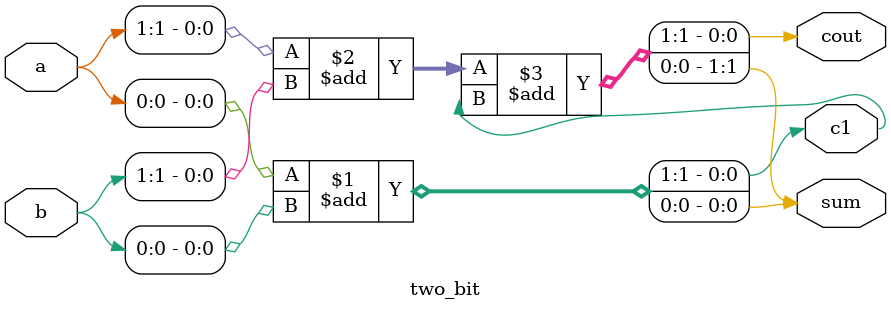
<source format=v>
module two_bit(input [1:0] a, b,
    output [1:0] sum,
    output c1, cout);
    assign {c1, sum[0]}=a[0]+b[0];
    assign {cout, sum[1]}=a[1]+b[1]+c1;
endmodule
</source>
